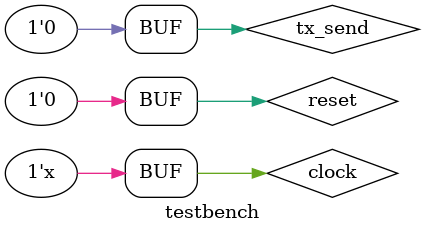
<source format=v>
`timescale 1ns / 1ps

module testbench
(
);

    localparam      CLOCK_PERIOD    =   8;
    
    reg     clock;
    reg     reset;
    reg     tx_send;
    wire    serial;
    
    initial begin
        clock       =   1'b0;
        
        #10
        reset       =   1'b1;
        tx_send     =   1'b0;
        
        #50
        reset       =   1'b0;
        
        #10000
        tx_send     =   1'b1;
        
        #1000
        tx_send     =   1'b0;
        
        #2500000
        tx_send     =   1'b1;
        
        #1000
        tx_send     =   1'b0;
    end
    
    always begin
        #( CLOCK_PERIOD / 2 )
        clock       =   ~clock;
    end
    
    top
    u_top
    (
        .i_reset            (reset),
        .i_clock            (clock),
        .i_tx_start         (tx_send),
        .o_tx               (serial)
    );
  
endmodule

</source>
